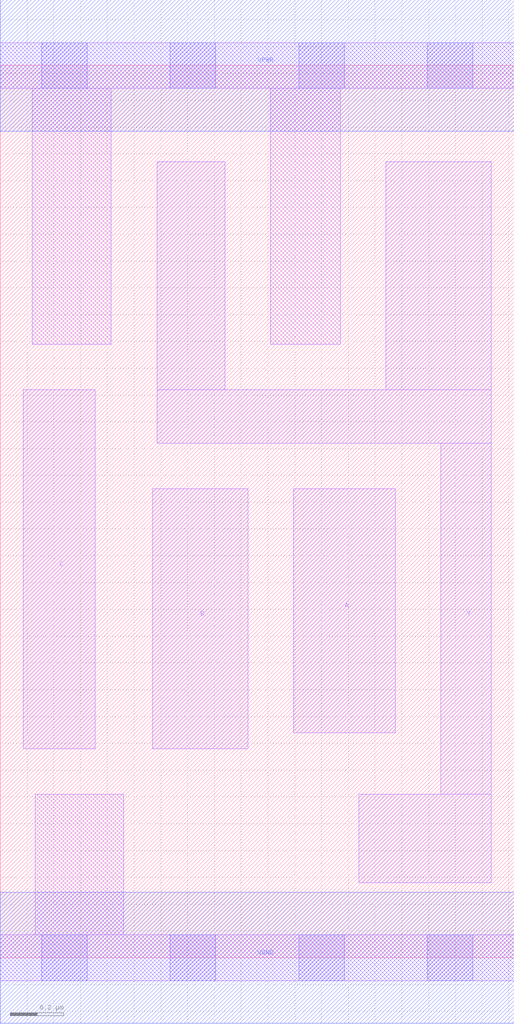
<source format=lef>
# Copyright 2020 The SkyWater PDK Authors
#
# Licensed under the Apache License, Version 2.0 (the "License");
# you may not use this file except in compliance with the License.
# You may obtain a copy of the License at
#
#     https://www.apache.org/licenses/LICENSE-2.0
#
# Unless required by applicable law or agreed to in writing, software
# distributed under the License is distributed on an "AS IS" BASIS,
# WITHOUT WARRANTIES OR CONDITIONS OF ANY KIND, either express or implied.
# See the License for the specific language governing permissions and
# limitations under the License.
#
# SPDX-License-Identifier: Apache-2.0

VERSION 5.7 ;
  NAMESCASESENSITIVE ON ;
  NOWIREEXTENSIONATPIN ON ;
  DIVIDERCHAR "/" ;
  BUSBITCHARS "[]" ;
UNITS
  DATABASE MICRONS 200 ;
END UNITS
MACRO sky130_fd_sc_lp__nand3_0
  CLASS CORE ;
  SOURCE USER ;
  FOREIGN sky130_fd_sc_lp__nand3_0 ;
  ORIGIN  0.000000  0.000000 ;
  SIZE  1.920000 BY  3.330000 ;
  SYMMETRY X Y R90 ;
  SITE unit ;
  PIN A
    ANTENNAGATEAREA  0.159000 ;
    DIRECTION INPUT ;
    USE SIGNAL ;
    PORT
      LAYER li1 ;
        RECT 1.095000 0.840000 1.475000 1.750000 ;
    END
  END A
  PIN B
    ANTENNAGATEAREA  0.159000 ;
    DIRECTION INPUT ;
    USE SIGNAL ;
    PORT
      LAYER li1 ;
        RECT 0.570000 0.780000 0.925000 1.750000 ;
    END
  END B
  PIN C
    ANTENNAGATEAREA  0.159000 ;
    DIRECTION INPUT ;
    USE SIGNAL ;
    PORT
      LAYER li1 ;
        RECT 0.085000 0.780000 0.355000 2.120000 ;
    END
  END C
  PIN Y
    ANTENNADIFFAREA  0.460100 ;
    DIRECTION OUTPUT ;
    USE SIGNAL ;
    PORT
      LAYER li1 ;
        RECT 0.585000 1.920000 1.835000 2.120000 ;
        RECT 0.585000 2.120000 0.840000 2.970000 ;
        RECT 1.340000 0.280000 1.835000 0.610000 ;
        RECT 1.440000 2.120000 1.835000 2.970000 ;
        RECT 1.645000 0.610000 1.835000 1.920000 ;
    END
  END Y
  PIN VGND
    DIRECTION INOUT ;
    USE GROUND ;
    PORT
      LAYER met1 ;
        RECT 0.000000 -0.245000 1.920000 0.245000 ;
    END
  END VGND
  PIN VPWR
    DIRECTION INOUT ;
    USE POWER ;
    PORT
      LAYER met1 ;
        RECT 0.000000 3.085000 1.920000 3.575000 ;
    END
  END VPWR
  OBS
    LAYER li1 ;
      RECT 0.000000 -0.085000 1.920000 0.085000 ;
      RECT 0.000000  3.245000 1.920000 3.415000 ;
      RECT 0.120000  2.290000 0.415000 3.245000 ;
      RECT 0.130000  0.085000 0.460000 0.610000 ;
      RECT 1.010000  2.290000 1.270000 3.245000 ;
    LAYER mcon ;
      RECT 0.155000 -0.085000 0.325000 0.085000 ;
      RECT 0.155000  3.245000 0.325000 3.415000 ;
      RECT 0.635000 -0.085000 0.805000 0.085000 ;
      RECT 0.635000  3.245000 0.805000 3.415000 ;
      RECT 1.115000 -0.085000 1.285000 0.085000 ;
      RECT 1.115000  3.245000 1.285000 3.415000 ;
      RECT 1.595000 -0.085000 1.765000 0.085000 ;
      RECT 1.595000  3.245000 1.765000 3.415000 ;
  END
END sky130_fd_sc_lp__nand3_0

</source>
